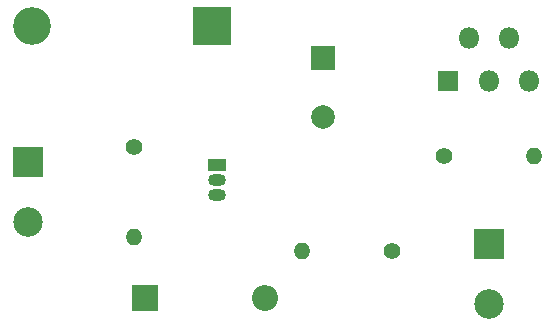
<source format=gbr>
%TF.GenerationSoftware,KiCad,Pcbnew,(6.0.2)*%
%TF.CreationDate,2022-08-07T03:32:02+03:00*%
%TF.ProjectId,LM2596_invertingBuck_5,4c4d3235-3936-45f6-996e-76657274696e,rev?*%
%TF.SameCoordinates,Original*%
%TF.FileFunction,Soldermask,Bot*%
%TF.FilePolarity,Negative*%
%FSLAX46Y46*%
G04 Gerber Fmt 4.6, Leading zero omitted, Abs format (unit mm)*
G04 Created by KiCad (PCBNEW (6.0.2)) date 2022-08-07 03:32:02*
%MOMM*%
%LPD*%
G01*
G04 APERTURE LIST*
%ADD10R,1.800000X1.800000*%
%ADD11O,1.800000X1.800000*%
%ADD12R,2.500000X2.500000*%
%ADD13C,2.500000*%
%ADD14R,1.500000X1.050000*%
%ADD15O,1.500000X1.050000*%
%ADD16C,1.400000*%
%ADD17O,1.400000X1.400000*%
%ADD18R,2.000000X2.000000*%
%ADD19C,2.000000*%
%ADD20R,3.200000X3.200000*%
%ADD21O,3.200000X3.200000*%
%ADD22R,2.200000X2.200000*%
%ADD23O,2.200000X2.200000*%
G04 APERTURE END LIST*
D10*
%TO.C,U1*%
X132600000Y-78650000D03*
D11*
X134300000Y-74950000D03*
X136000000Y-78650000D03*
X137700000Y-74950000D03*
X139400000Y-78650000D03*
%TD*%
D12*
%TO.C,J2*%
X136000000Y-92455000D03*
D13*
X136000000Y-97535000D03*
%TD*%
D14*
%TO.C,Q1*%
X113000000Y-85730000D03*
D15*
X113000000Y-87000000D03*
X113000000Y-88270000D03*
%TD*%
D16*
%TO.C,R3*%
X132190000Y-85000000D03*
D17*
X139810000Y-85000000D03*
%TD*%
D18*
%TO.C,C1*%
X122000000Y-76632323D03*
D19*
X122000000Y-81632323D03*
%TD*%
D12*
%TO.C,J1*%
X97000000Y-85455000D03*
D13*
X97000000Y-90535000D03*
%TD*%
D20*
%TO.C,D1*%
X112620000Y-74000000D03*
D21*
X97380000Y-74000000D03*
%TD*%
D16*
%TO.C,R2*%
X127810000Y-93000000D03*
D17*
X120190000Y-93000000D03*
%TD*%
D16*
%TO.C,R1*%
X106000000Y-84190000D03*
D17*
X106000000Y-91810000D03*
%TD*%
D22*
%TO.C,D2*%
X106920000Y-97000000D03*
D23*
X117080000Y-97000000D03*
%TD*%
M02*

</source>
